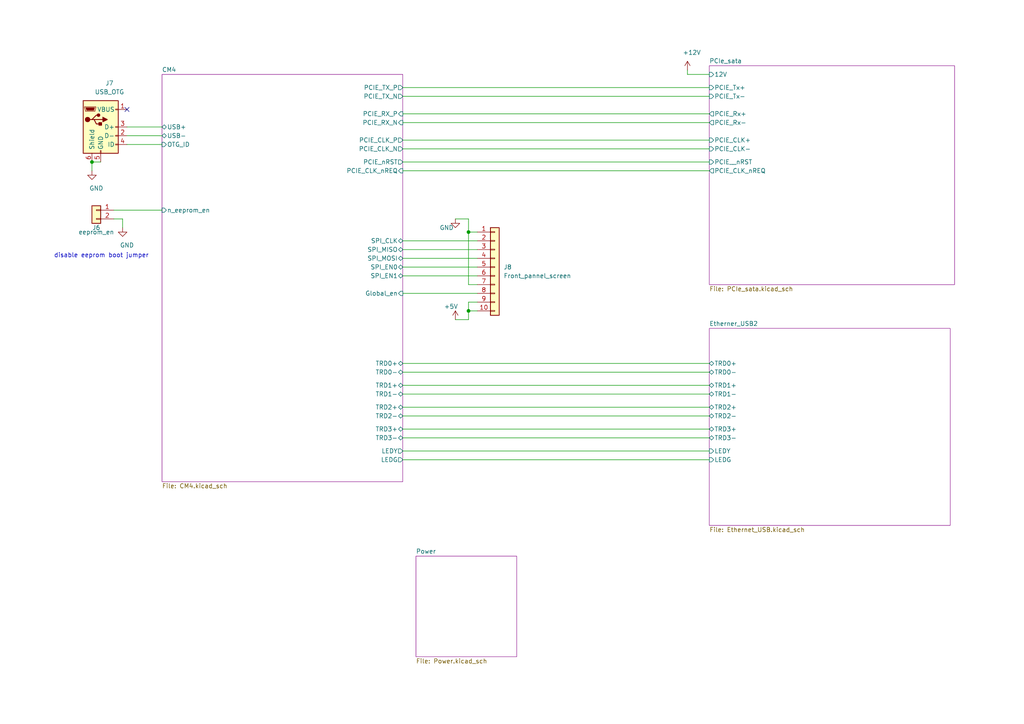
<source format=kicad_sch>
(kicad_sch (version 20211123) (generator eeschema)
  (paper "A4")
  (lib_symbols
    (symbol "Connector:USB_OTG" (pin_names (offset 1.016))
      (property "Reference" "J" (at -5.08 11.43 0))
      (property "Value" "USB_OTG" (at -5.08 8.89 0))
      (symbol "USB_OTG_0_1"
        (rectangle (start -5.08 -7.62) (end 5.08 7.62) (stroke (width 0.254)) (fill (type background)))
        (circle (center -3.81 2.159) (radius 0.635) (stroke (width 0.254)) (fill (type outline)))
        (circle (center -0.635 3.429) (radius 0.381) (stroke (width 0.254)) (fill (type outline)))
        (rectangle (start -0.127 -7.62) (end 0.127 -6.858))
        (polyline (pts (xy -1.905 2.159) (xy 0.635 2.159)) (stroke (width 0.254)))
        (polyline (pts (xy -3.175 2.159) (xy -2.54 2.159) (xy -1.27 3.429) (xy -0.635 3.429)) (stroke (width 0.254)))
        (polyline (pts (xy -2.54 2.159) (xy -1.905 2.159) (xy -1.27 0.889) (xy 0 0.889)) (stroke (width 0.254)))
        (polyline (pts (xy 0.635 2.794) (xy 0.635 1.524) (xy 1.905 2.159) (xy 0.635 2.794)) (stroke (width 0.254)) (fill (type outline)))
        (polyline (pts (xy -4.318 5.588) (xy -1.778 5.588) (xy -2.032 4.826) (xy -4.064 4.826) (xy -4.318 5.588)) (fill (type outline)))
        (polyline (pts (xy -4.699 5.842) (xy -4.699 5.588) (xy -4.445 4.826) (xy -4.445 4.572) (xy -1.651 4.572) (xy -1.651 4.826) (xy -1.397 5.588) (xy -1.397 5.842) (xy -4.699 5.842)))
        (rectangle (start 0.254 1.27) (end -0.508 0.508) (stroke (width 0.254)) (fill (type outline)))
        (rectangle (start 5.08 -5.207) (end 4.318 -4.953))
        (rectangle (start 5.08 -2.667) (end 4.318 -2.413))
        (rectangle (start 5.08 -0.127) (end 4.318 0.127))
        (rectangle (start 5.08 4.953) (end 4.318 5.207))
      )
      (symbol "USB_OTG_1_1"
        (pin passive line (at 7.62 5.08 180) (length 2.54) (name "VBUS") (number "1"))
        (pin bidirectional line (at 7.62 -2.54 180) (length 2.54) (name "D-") (number "2"))
        (pin bidirectional line (at 7.62 0 180) (length 2.54) (name "D+") (number "3"))
        (pin passive line (at 7.62 -5.08 180) (length 2.54) (name "ID") (number "4"))
        (pin passive line (at 0 -10.16 90) (length 2.54) (name "GND") (number "5"))
        (pin passive line (at -2.54 -10.16 90) (length 2.54) (name "Shield") (number "6"))
      )
    )
    (symbol "Connector_Generic:Conn_01x02" (pin_names (offset 1.016) hide)
      (property "Reference" "J" (at 0 2.54 0))
      (property "Value" "Conn_01x02" (at 0 -5.08 0))
      (symbol "Conn_01x02_1_1"
        (rectangle (start -1.27 -2.413) (end 0 -2.667) (stroke (width 0.1524)))
        (rectangle (start -1.27 0.127) (end 0 -0.127) (stroke (width 0.1524)))
        (rectangle (start -1.27 1.27) (end 1.27 -3.81) (stroke (width 0.254)) (fill (type background)))
        (pin passive line (at -5.08 0 0) (length 3.81) (name "Pin_1") (number "1"))
        (pin passive line (at -5.08 -2.54 0) (length 3.81) (name "Pin_2") (number "2"))
      )
    )
    (symbol "Connector_Generic:Conn_01x10" (pin_names (offset 1.016) hide)
      (property "Reference" "J" (at 0 12.7 0))
      (property "Value" "Conn_01x10" (at 0 -15.24 0))
      (symbol "Conn_01x10_1_1"
        (rectangle (start -1.27 -12.573) (end 0 -12.827) (stroke (width 0.1524)))
        (rectangle (start -1.27 -10.033) (end 0 -10.287) (stroke (width 0.1524)))
        (rectangle (start -1.27 -7.493) (end 0 -7.747) (stroke (width 0.1524)))
        (rectangle (start -1.27 -4.953) (end 0 -5.207) (stroke (width 0.1524)))
        (rectangle (start -1.27 -2.413) (end 0 -2.667) (stroke (width 0.1524)))
        (rectangle (start -1.27 0.127) (end 0 -0.127) (stroke (width 0.1524)))
        (rectangle (start -1.27 2.667) (end 0 2.413) (stroke (width 0.1524)))
        (rectangle (start -1.27 5.207) (end 0 4.953) (stroke (width 0.1524)))
        (rectangle (start -1.27 7.747) (end 0 7.493) (stroke (width 0.1524)))
        (rectangle (start -1.27 10.287) (end 0 10.033) (stroke (width 0.1524)))
        (rectangle (start -1.27 11.43) (end 1.27 -13.97) (stroke (width 0.254)) (fill (type background)))
        (pin passive line (at -5.08 10.16 0) (length 3.81) (name "Pin_1") (number "1"))
        (pin passive line (at -5.08 -12.7 0) (length 3.81) (name "Pin_10") (number "10"))
        (pin passive line (at -5.08 7.62 0) (length 3.81) (name "Pin_2") (number "2"))
        (pin passive line (at -5.08 5.08 0) (length 3.81) (name "Pin_3") (number "3"))
        (pin passive line (at -5.08 2.54 0) (length 3.81) (name "Pin_4") (number "4"))
        (pin passive line (at -5.08 0 0) (length 3.81) (name "Pin_5") (number "5"))
        (pin passive line (at -5.08 -2.54 0) (length 3.81) (name "Pin_6") (number "6"))
        (pin passive line (at -5.08 -5.08 0) (length 3.81) (name "Pin_7") (number "7"))
        (pin passive line (at -5.08 -7.62 0) (length 3.81) (name "Pin_8") (number "8"))
        (pin passive line (at -5.08 -10.16 0) (length 3.81) (name "Pin_9") (number "9"))
      )
    )
    (symbol "power:+12V" (power) (pin_names (offset 0))
      (property "Value" "+12V" (at 0 3.556 0))
      (symbol "+12V_0_1"
        (polyline (pts (xy -0.762 1.27) (xy 0 2.54)))
        (polyline (pts (xy 0 0) (xy 0 2.54)))
        (polyline (pts (xy 0 2.54) (xy 0.762 1.27)))
      )
      (symbol "+12V_1_1"
        (pin power_in line (at 0 0 90) (length 0) hide (name "+12V") (number "1"))
      )
    )
    (symbol "power:+5V" (power) (pin_names (offset 0))
      (property "Value" "+5V" (at 0 3.556 0))
      (symbol "+5V_0_1"
        (polyline (pts (xy -0.762 1.27) (xy 0 2.54)))
        (polyline (pts (xy 0 0) (xy 0 2.54)))
        (polyline (pts (xy 0 2.54) (xy 0.762 1.27)))
      )
      (symbol "+5V_1_1"
        (pin power_in line (at 0 0 90) (length 0) hide (name "+5V") (number "1"))
      )
    )
    (symbol "power:GND" (power) (pin_names (offset 0))
      (property "Value" "GND" (at 0 -3.81 0))
      (symbol "GND_0_1"
        (polyline (pts (xy 0 0) (xy 0 -1.27) (xy 1.27 -1.27) (xy 0 -2.54) (xy -1.27 -1.27) (xy 0 -1.27)))
      )
      (symbol "GND_1_1"
        (pin power_in line (at 0 0 270) (length 0) hide (name "GND") (number "1"))
      )
    )
  )
  (junction (at 135.89 90.17))
  (junction (at 26.67 46.99) (diameter 0.9144))
  (junction (at 135.89 67.31))
  (no_connect (at 36.83 31.75))
  (wire (pts (xy 116.84 120.65) (xy 205.74 120.65)))
  (wire (pts (xy 116.84 77.47) (xy 138.43 77.47)))
  (wire (pts (xy 116.84 133.35) (xy 205.74 133.35)))
  (wire (pts (xy 135.89 67.31) (xy 138.43 67.31)))
  (wire (pts (xy 36.83 41.91) (xy 46.99 41.91)))
  (wire (pts (xy 35.56 66.04) (xy 35.56 63.5)))
  (wire (pts (xy 199.39 20.32) (xy 199.39 21.59)))
  (wire (pts (xy 116.84 72.39) (xy 138.43 72.39)))
  (wire (pts (xy 116.84 74.93) (xy 138.43 74.93)))
  (wire (pts (xy 135.89 82.55) (xy 135.89 67.31)))
  (wire (pts (xy 116.84 43.18) (xy 205.74 43.18)))
  (wire (pts (xy 135.89 63.5) (xy 135.89 67.31)))
  (wire (pts (xy 116.84 107.95) (xy 205.74 107.95)))
  (wire (pts (xy 138.43 87.63) (xy 135.89 87.63)))
  (wire (pts (xy 199.39 21.59) (xy 205.74 21.59)))
  (wire (pts (xy 135.89 87.63) (xy 135.89 90.17)))
  (wire (pts (xy 33.02 60.96) (xy 46.99 60.96)))
  (wire (pts (xy 116.84 25.4) (xy 205.74 25.4)))
  (wire (pts (xy 116.84 105.41) (xy 205.74 105.41)))
  (wire (pts (xy 132.08 92.71) (xy 135.89 92.71)))
  (wire (pts (xy 116.84 130.81) (xy 205.74 130.81)))
  (wire (pts (xy 132.08 63.5) (xy 135.89 63.5)))
  (wire (pts (xy 116.84 40.64) (xy 205.74 40.64)))
  (wire (pts (xy 116.84 33.02) (xy 205.74 33.02)))
  (wire (pts (xy 116.84 35.56) (xy 205.74 35.56)))
  (wire (pts (xy 116.84 114.3) (xy 205.74 114.3)))
  (wire (pts (xy 116.84 85.09) (xy 138.43 85.09)))
  (wire (pts (xy 116.84 46.99) (xy 205.74 46.99)))
  (wire (pts (xy 116.84 69.85) (xy 138.43 69.85)))
  (wire (pts (xy 26.67 46.99) (xy 26.67 49.53)))
  (wire (pts (xy 116.84 127) (xy 205.74 127)))
  (wire (pts (xy 135.89 92.71) (xy 135.89 90.17)))
  (wire (pts (xy 116.84 118.11) (xy 205.74 118.11)))
  (wire (pts (xy 135.89 90.17) (xy 138.43 90.17)))
  (wire (pts (xy 116.84 111.76) (xy 205.74 111.76)))
  (wire (pts (xy 138.43 82.55) (xy 135.89 82.55)))
  (wire (pts (xy 26.67 46.99) (xy 29.21 46.99)))
  (wire (pts (xy 35.56 63.5) (xy 33.02 63.5)))
  (wire (pts (xy 36.83 39.37) (xy 46.99 39.37)))
  (wire (pts (xy 116.84 80.01) (xy 138.43 80.01)))
  (wire (pts (xy 116.84 27.94) (xy 205.74 27.94)))
  (wire (pts (xy 36.83 36.83) (xy 46.99 36.83)))
  (wire (pts (xy 116.84 49.53) (xy 205.74 49.53)))
  (wire (pts (xy 116.84 124.46) (xy 205.74 124.46)))
  (text "disable eeprom boot jumper\n" (at 43.18 74.93 180) (effects (font (size 1.27 1.27)) (justify right bottom)))
  (symbol (lib_id "power:GND") (at 35.56 66.04 0) (unit 1)
    (property "Reference" "#PWR0164" (effects hide))
    (property "Value" "GND" (at 36.83 71.12 0))
  )
  (symbol (lib_id "Connector_Generic:Conn_01x10") (at 143.51 77.47 0) (unit 1)
    (property "Reference" "J8" (at 146.05 77.4699 0) (effects (justify left)))
    (property "Value" "Front_pannel_screen" (at 146.05 80.0099 0) (effects (justify left)))
    (property "Footprint" "Connector_FFC-FPC:TE_0-1734839-9_1x09-1MP_P0.5mm_Horizontal" (effects hide))
  )
  (symbol (lib_id "power:GND") (at 26.67 49.53 0) (unit 1)
    (property "Reference" "#PWR0165" (effects hide))
    (property "Value" "GND" (at 27.94 54.61 0))
  )
  (symbol (lib_id "power:+5V") (at 132.08 92.71 0) (unit 1)
    (property "Reference" "#PWR0181" (effects hide))
    (property "Value" "+5V" (at 130.81 88.9 0))
  )
  (symbol (lib_id "power:GND") (at 132.08 63.5 0) (unit 1)
    (property "Reference" "#PWR0180" (effects hide))
    (property "Value" "GND" (at 129.54 66.04 0))
  )
  (symbol (lib_id "Connector:USB_OTG") (at 29.21 36.83 0) (unit 1)
    (property "Reference" "J7" (at 31.75 24.13 0))
    (property "Value" "USB_OTG" (at 31.75 26.67 0))
    (property "Footprint" "Connector_USB:USB_Micro-B_Molex-105017-0001" (effects hide))
    (property "Datasheet" " ~" (effects hide))
    (property "MFR" "Molex" (effects hide))
    (property "MPN" "105017-0001" (effects hide))
  )
  (symbol (lib_id "power:+12V") (at 199.39 20.32 0) (unit 1)
    (property "Reference" "#PWR0101" (effects hide))
    (property "Value" "+12V" (at 200.66 15.24 0))
  )
  (symbol (lib_id "Connector_Generic:Conn_01x02") (at 27.94 60.96 0) (mirror y) (unit 1)
    (property "Reference" "J6" (at 27.94 66.04 0))
    (property "Value" "eeprom_en" (at 27.94 67.31 0))
    (property "Footprint" "Connector_PinHeader_2.54mm:PinHeader_1x02_P2.54mm_Vertical" (effects hide))
    (property "MFR" "Amphenol" (effects hide))
    (property "MPN" "G800W306018EU" (effects hide))
  )
  (sheet (at 46.99 21.59) (size 69.85 118.11) (stroke (width 0.001) (color 132 0 132 1)) (fill (color 255 255 255 0.0000))
    (property "Sheet name" "CM4" (at 46.99 20.9541 0) (effects (justify left bottom)))
    (property "Sheet file" "CM4.kicad_sch" (at 46.99 140.2089 0) (effects (justify left top)))
    (pin "PCIE_CLK_nREQ" input (at 116.84 49.53 0))
    (pin "PCIE_CLK_P" output (at 116.84 40.64 0))
    (pin "PCIE_CLK_N" output (at 116.84 43.18 0))
    (pin "PCIE_RX_P" input (at 116.84 33.02 0))
    (pin "PCIE_RX_N" input (at 116.84 35.56 0))
    (pin "PCIE_TX_P" output (at 116.84 25.4 0))
    (pin "PCIE_TX_N" output (at 116.84 27.94 0))
    (pin "PCIE_nRST" output (at 116.84 46.99 0))
    (pin "LEDG" output (at 116.84 133.35 0))
    (pin "TRD3-" bidirectional (at 116.84 127 0))
    (pin "TRD2+" bidirectional (at 116.84 118.11 0))
    (pin "TRD2-" bidirectional (at 116.84 120.65 0))
    (pin "TRD3+" bidirectional (at 116.84 124.46 0))
    (pin "LEDY" output (at 116.84 130.81 0))
    (pin "TRD1+" bidirectional (at 116.84 111.76 0))
    (pin "TRD1-" bidirectional (at 116.84 114.3 0))
    (pin "TRD0-" bidirectional (at 116.84 107.95 0))
    (pin "TRD0+" bidirectional (at 116.84 105.41 0))
    (pin "n_eeprom_en" input (at 46.99 60.96 180))
    (pin "OTG_ID" input (at 46.99 41.91 180))
    (pin "USB-" bidirectional (at 46.99 39.37 180))
    (pin "USB+" bidirectional (at 46.99 36.83 180))
    (pin "SPI_EN0" bidirectional (at 116.84 77.47 0))
    (pin "SPI_EN1" bidirectional (at 116.84 80.01 0))
    (pin "SPI_MOSI" bidirectional (at 116.84 74.93 0))
    (pin "SPI_CLK" bidirectional (at 116.84 69.85 0))
    (pin "SPI_MISO" bidirectional (at 116.84 72.39 0))
    (pin "Global_en" input (at 116.84 85.09 0))
  )
  (sheet (at 205.74 19.05) (size 71.12 63.5) (stroke (width 0.001) (color 132 0 132 1)) (fill (color 255 255 255 0.0000))
    (property "Sheet name" "PCIe_sata" (at 205.74 18.4141 0) (effects (justify left bottom)))
    (property "Sheet file" "PCIe_sata.kicad_sch" (at 205.74 83.0589 0) (effects (justify left top)))
    (pin "PCIE_CLK-" input (at 205.74 43.18 180))
    (pin "PCIE_Tx+" input (at 205.74 25.4 180))
    (pin "PCIE_Rx-" output (at 205.74 35.56 180))
    (pin "PCIE_Rx+" output (at 205.74 33.02 180))
    (pin "PCIE_CLK+" input (at 205.74 40.64 180))
    (pin "PCIE_Tx-" input (at 205.74 27.94 180))
    (pin "PCIE__nRST" input (at 205.74 46.99 180))
    (pin "PCIE_CLK_nREQ" output (at 205.74 49.53 180))
    (pin "12V" input (at 205.74 21.59 180))
  )
  (sheet (at 205.74 95.25) (size 69.85 57.15) (stroke (width 0.001) (color 132 0 132 1)) (fill (color 255 255 255 0.0000))
    (property "Sheet name" "Etherner_USB2" (at 205.74 94.614 0) (effects (justify left bottom)))
    (property "Sheet file" "Ethernet_USB.kicad_sch" (at 205.74 152.9089 0) (effects (justify left top)))
    (pin "TRD1-" bidirectional (at 205.74 114.3 180))
    (pin "TRD2+" bidirectional (at 205.74 118.11 180))
    (pin "TRD2-" bidirectional (at 205.74 120.65 180))
    (pin "TRD3+" bidirectional (at 205.74 124.46 180))
    (pin "TRD1+" bidirectional (at 205.74 111.76 180))
    (pin "LEDG" input (at 205.74 133.35 180))
    (pin "LEDY" input (at 205.74 130.81 180))
    (pin "TRD0+" bidirectional (at 205.74 105.41 180))
    (pin "TRD0-" bidirectional (at 205.74 107.95 180))
    (pin "TRD3-" bidirectional (at 205.74 127 180))
  )
  (sheet (at 120.65 161.29) (size 29.21 29.21) (stroke (width 0.001) (color 132 0 132 1)) (fill (color 255 255 255 0.0000))
    (property "Sheet name" "Power" (at 120.65 160.6541 0) (effects (justify left bottom)))
    (property "Sheet file" "Power.kicad_sch" (at 120.65 191.0089 0) (effects (justify left top)))
  )
)
</source>
